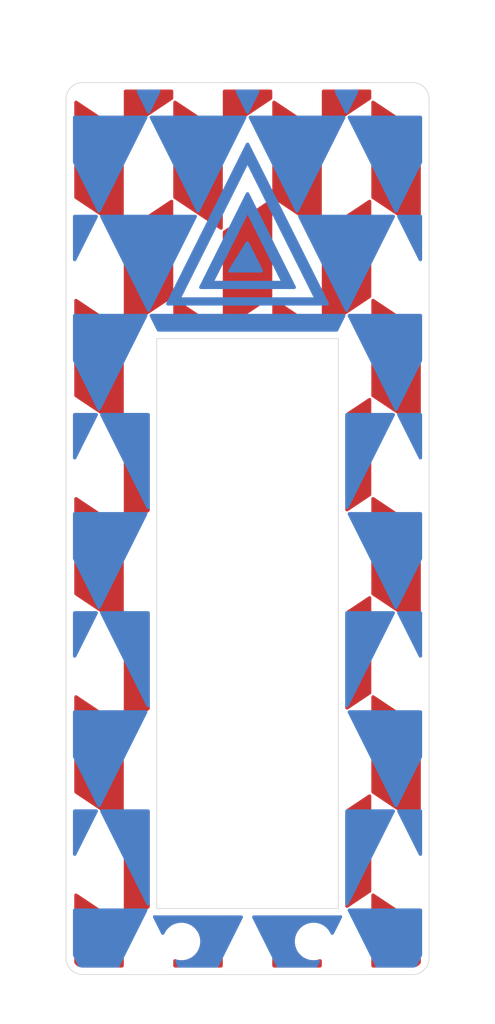
<source format=kicad_pcb>
(kicad_pcb (version 20241229) (generator "pcbnew") (generator_version "9.0")
  (layers (0 "F.Cu" signal) (2 "B.Cu" signal) (13 "F.Paste" user) (15 "B.Paste" user) (5 "F.SilkS" user "F.Silkscreen") (7 "B.SilkS" user "B.Silkscreen") (1 "F.Mask" user) (3 "B.Mask" user) (25 "Edge.Cuts" user))
  (net 0 "")
  (footprint "Rikkodo_FootPrint:rkd_Guard_Screw_Hall" (layer "F.Cu") (at 65.484426 55.959397 -90)
    (property "Reference" "Point1" (hide yes))
    (property "Value" "Guard_Screw_Hall" (hide yes))
    (pad "" np_thru_hole circle (at 29.765625 -4.7625 270) (size 2.2 2.2) (drill 2.2) (layers "*.Cu" "*.Mask"))
    (pad "" np_thru_hole circle (at 29.765625 4.7625 270) (size 2.2 2.2) (drill 2.2) (layers "*.Cu" "*.Mask"))
  )
  (gr_arc (start 77.39069 23.812522) (mid 78.232588 24.161249) (end 78.581315 25.003147) (stroke (width 0.05)) (layer "Edge.Cuts"))
  (gr_line (start 78.581316 86.915799) (end 78.581315 25.003147) (stroke (width 0.05)) (layer "Edge.Cuts"))
  (gr_arc (start 78.581316 86.915698) (mid 78.232606 87.75762) (end 77.390691 88.106323) (stroke (width 0.05)) (layer "Edge.Cuts"))
  (gr_line (start 72.032843 42.267243) (end 72.032843 83.34384) (stroke (width 0.05)) (layer "Edge.Cuts"))
  (gr_arc (start 52.387545 25.003145) (mid 52.736281 24.161271) (end 53.57817 23.81252) (stroke (width 0.05)) (layer "Edge.Cuts"))
  (gr_line (start 72.032843 83.34384) (end 58.935957 83.34384) (stroke (width 0.05)) (layer "Edge.Cuts"))
  (gr_line (start 58.935957 42.267243) (end 72.032843 42.267243) (stroke (width 0.05)) (layer "Edge.Cuts"))
  (gr_line (start 52.387545 25.003145) (end 52.387544 86.92833) (stroke (width 0.05)) (layer "Edge.Cuts"))
  (gr_line (start 53.591572 88.106324) (end 77.390691 88.106323) (stroke (width 0.05)) (layer "Edge.Cuts"))
  (gr_line (start 53.572425 23.81256) (end 77.3907 23.812522) (stroke (width 0.05)) (layer "Edge.Cuts"))
  (gr_line (start 58.935957 83.34384) (end 58.935957 42.267243) (stroke (width 0.05)) (layer "Edge.Cuts"))
  (gr_arc (start 53.591572 88.106316) (mid 52.745477 87.766799) (end 52.387544 86.92833) (stroke (width 0.05)) (layer "Edge.Cuts"))
  (zone (net 0) (net_name "") (layer "F.Cu") (name "deco") (connect_pads (clearance 0)) (min_thickness 0.25)
    (keepout (tracks allowed) (vias allowed) (pads allowed) (copperpour not_allowed) (footprints allowed))
    (fill (thermal_gap 0.5) (thermal_bridge_width 0.5))
    (polygon (pts (xy 49.411 27.38438) (xy 49.411 34.52813) (xy 52.982875 32.14688) (xy 52.982875 25.00313)))
  )
  (zone (net 0) (net_name "") (layer "F.Cu") (name "deco") (connect_pads (clearance 0)) (min_thickness 0.25)
    (keepout (tracks allowed) (vias allowed) (pads allowed) (copperpour not_allowed) (footprints allowed))
    (fill (thermal_gap 0.5) (thermal_bridge_width 0.5))
    (polygon (pts (xy 63.698509 70.246928) (xy 63.698509 77.390678) (xy 67.270384 75.009428) (xy 67.270384 67.865678)))
  )
  (zone (net 0) (net_name "") (layer "F.Cu") (name "deco") (connect_pads (clearance 0)) (min_thickness 0.25)
    (keepout (tracks allowed) (vias allowed) (pads allowed) (copperpour not_allowed) (footprints allowed))
    (fill (thermal_gap 0.5) (thermal_bridge_width 0.5))
    (polygon (pts (xy 52.982884 82.153178) (xy 52.982884 75.009428) (xy 56.554759 77.390678) (xy 56.554759 84.534428)))
  )
  (zone (net 0) (net_name "") (layer "F.Cu") (name "deco") (connect_pads (clearance 0)) (min_thickness 0.25)
    (keepout (tracks allowed) (vias allowed) (pads allowed) (copperpour not_allowed) (footprints allowed))
    (fill (thermal_gap 0.5) (thermal_bridge_width 0.5))
    (polygon (pts (xy 77.986006 41.671918) (xy 77.986006 48.815668) (xy 81.557881 46.434418) (xy 81.557881 39.290668)))
  )
  (zone (net 0) (net_name "") (layer "F.Cu") (name "deco") (connect_pads (clearance 0)) (min_thickness 0.25)
    (keepout (tracks allowed) (vias allowed) (pads allowed) (copperpour not_allowed) (footprints allowed))
    (fill (thermal_gap 0.5) (thermal_bridge_width 0.5))
    (polygon (pts (xy 63.698503 27.38439) (xy 63.698503 34.52814) (xy 67.270378 32.14689) (xy 67.270378 25.00314)))
  )
  (zone (net 0) (net_name "") (layer "F.Cu") (name "deco") (connect_pads (clearance 0)) (min_thickness 0.25)
    (keepout (tracks allowed) (vias allowed) (pads allowed) (copperpour not_allowed) (footprints allowed))
    (fill (thermal_gap 0.5) (thermal_bridge_width 0.5))
    (polygon (pts (xy 70.842256 55.959418) (xy 70.842256 63.103168) (xy 74.414131 60.721918) (xy 74.414131 53.578168)))
  )
  (zone (net 0) (net_name "") (layer "F.Cu") (name "deco") (connect_pads (clearance 0)) (min_thickness 0.25)
    (keepout (tracks allowed) (vias allowed) (pads allowed) (copperpour not_allowed) (footprints allowed))
    (fill (thermal_gap 0.5) (thermal_bridge_width 0.5))
    (polygon (pts (xy 63.698512 84.534438) (xy 63.698512 91.678188) (xy 67.270387 89.296938) (xy 67.270387 82.153188)))
  )
  (zone (net 0) (net_name "") (layer "F.Cu") (name "deco") (connect_pads (clearance 0)) (min_thickness 0.25)
    (keepout (tracks allowed) (vias allowed) (pads allowed) (copperpour not_allowed) (footprints allowed))
    (fill (thermal_gap 0.5) (thermal_bridge_width 0.5))
    (polygon (pts (xy 74.414137 82.153188) (xy 74.414137 75.009438) (xy 77.986012 77.390688) (xy 77.986012 84.534438)))
  )
  (zone (net 0) (net_name "") (layer "F.Cu") (name "deco") (connect_pads (clearance 0)) (min_thickness 0.25)
    (keepout (tracks allowed) (vias allowed) (pads allowed) (copperpour not_allowed) (footprints allowed))
    (fill (thermal_gap 0.5) (thermal_bridge_width 0.5))
    (polygon (pts (xy 67.270381 67.865668) (xy 67.270381 60.721918) (xy 70.842256 63.103168) (xy 70.842256 70.246918)))
  )
  (zone (net 0) (net_name "") (layer "F.Cu") (name "deco") (connect_pads (clearance 0)) (min_thickness 0.25)
    (keepout (tracks allowed) (vias allowed) (pads allowed) (copperpour not_allowed) (footprints allowed))
    (fill (thermal_gap 0.5) (thermal_bridge_width 0.5))
    (polygon (pts (xy 74.414128 39.290658) (xy 74.414128 32.146908) (xy 77.986003 34.528158) (xy 77.986003 41.671908)))
  )
  (zone (net 0) (net_name "") (layer "F.Cu") (name "deco") (connect_pads (clearance 0)) (min_thickness 0.25)
    (keepout (tracks allowed) (vias allowed) (pads allowed) (copperpour not_allowed) (footprints allowed))
    (fill (thermal_gap 0.5) (thermal_bridge_width 0.5))
    (polygon (pts (xy 60.126625 25.00313) (xy 60.126625 17.85938) (xy 63.6985 20.24063) (xy 63.6985 27.38438)))
  )
  (zone (net 0) (net_name "") (layer "F.Cu") (name "deco") (connect_pads (clearance 0)) (min_thickness 0.25)
    (keepout (tracks allowed) (vias allowed) (pads allowed) (copperpour not_allowed) (footprints allowed))
    (fill (thermal_gap 0.5) (thermal_bridge_width 0.5))
    (polygon (pts (xy 67.270384 82.153178) (xy 67.270384 75.009428) (xy 70.842259 77.390678) (xy 70.842259 84.534428)))
  )
  (zone (net 0) (net_name "") (layer "F.Cu") (name "deco") (connect_pads (clearance 0)) (min_thickness 0.25)
    (keepout (tracks allowed) (vias allowed) (pads allowed) (copperpour not_allowed) (footprints allowed))
    (fill (thermal_gap 0.5) (thermal_bridge_width 0.5))
    (polygon (pts (xy 77.986006 27.3844) (xy 77.986006 34.52815) (xy 81.557881 32.1469) (xy 81.557881 25.00315)))
  )
  (zone (net 0) (net_name "") (layer "F.Cu") (name "deco") (connect_pads (clearance 0)) (min_thickness 0.25)
    (keepout (tracks allowed) (vias allowed) (pads allowed) (copperpour not_allowed) (footprints allowed))
    (fill (thermal_gap 0.5) (thermal_bridge_width 0.5))
    (polygon (pts (xy 60.126634 82.153178) (xy 60.126634 75.009428) (xy 63.698509 77.390678) (xy 63.698509 84.534428)))
  )
  (zone (net 0) (net_name "") (layer "F.Cu") (name "deco") (connect_pads (clearance 0)) (min_thickness 0.25)
    (keepout (tracks allowed) (vias allowed) (pads allowed) (copperpour not_allowed) (footprints allowed))
    (fill (thermal_gap 0.5) (thermal_bridge_width 0.5))
    (polygon (pts (xy 77.986015 84.534448) (xy 77.986015 91.678198) (xy 81.55789 89.296948) (xy 81.55789 82.153198)))
  )
  (zone (net 0) (net_name "") (layer "F.Cu") (name "deco") (connect_pads (clearance 0)) (min_thickness 0.25)
    (keepout (tracks allowed) (vias allowed) (pads allowed) (copperpour not_allowed) (footprints allowed))
    (fill (thermal_gap 0.5) (thermal_bridge_width 0.5))
    (polygon (pts (xy 63.698503 41.671908) (xy 63.698503 48.815658) (xy 67.270378 46.434408) (xy 67.270378 39.290658)))
  )
  (zone (net 0) (net_name "") (layer "F.Cu") (name "deco") (connect_pads (clearance 0)) (min_thickness 0.25)
    (keepout (tracks allowed) (vias allowed) (pads allowed) (copperpour not_allowed) (footprints allowed))
    (fill (thermal_gap 0.5) (thermal_bridge_width 0.5))
    (polygon (pts (xy 52.982878 53.578158) (xy 52.982878 46.434408) (xy 56.554753 48.815658) (xy 56.554753 55.959408)))
  )
  (zone (net 0) (net_name "") (layer "F.Cu") (name "deco") (connect_pads (clearance 0)) (min_thickness 0.25)
    (keepout (tracks allowed) (vias allowed) (pads allowed) (copperpour not_allowed) (footprints allowed))
    (fill (thermal_gap 0.5) (thermal_bridge_width 0.5))
    (polygon (pts (xy 67.270375 39.290648) (xy 67.270375 32.146898) (xy 70.84225 34.528148) (xy 70.84225 41.671898)))
  )
  (zone (net 0) (net_name "") (layer "F.Cu") (name "deco") (connect_pads (clearance 0)) (min_thickness 0.25)
    (keepout (tracks allowed) (vias allowed) (pads allowed) (copperpour not_allowed) (footprints allowed))
    (fill (thermal_gap 0.5) (thermal_bridge_width 0.5))
    (polygon (pts (xy 74.414131 53.578168) (xy 74.414131 46.434418) (xy 77.986006 48.815668) (xy 77.986006 55.959418)))
  )
  (zone (net 0) (net_name "") (layer "F.Cu") (name "deco") (connect_pads (clearance 0)) (min_thickness 0.25)
    (keepout (tracks allowed) (vias allowed) (pads allowed) (copperpour not_allowed) (footprints allowed))
    (fill (thermal_gap 0.5) (thermal_bridge_width 0.5))
    (polygon (pts (xy 70.842259 70.246928) (xy 70.842259 77.390678) (xy 74.414134 75.009428) (xy 74.414134 67.865678)))
  )
  (zone (net 0) (net_name "") (layer "F.Cu") (name "deco") (connect_pads (clearance 0)) (min_thickness 0.25)
    (keepout (tracks allowed) (vias allowed) (pads allowed) (copperpour not_allowed) (footprints allowed))
    (fill (thermal_gap 0.5) (thermal_bridge_width 0.5))
    (polygon (pts (xy 60.126628 53.578158) (xy 60.126628 46.434408) (xy 63.698503 48.815658) (xy 63.698503 55.959408)))
  )
  (zone (net 0) (net_name "") (layer "F.Cu") (name "deco") (connect_pads (clearance 0)) (min_thickness 0.25)
    (keepout (tracks allowed) (vias allowed) (pads allowed) (copperpour not_allowed) (footprints allowed))
    (fill (thermal_gap 0.5) (thermal_bridge_width 0.5))
    (polygon (pts (xy 70.842262 84.534438) (xy 70.842262 91.678188) (xy 74.414137 89.296938) (xy 74.414137 82.153188)))
  )
  (zone (net 0) (net_name "") (layer "F.Cu") (name "deco") (connect_pads (clearance 0)) (min_thickness 0.25)
    (keepout (tracks allowed) (vias allowed) (pads allowed) (copperpour not_allowed) (footprints allowed))
    (fill (thermal_gap 0.5) (thermal_bridge_width 0.5))
    (polygon (pts (xy 60.126625 39.290648) (xy 60.126625 32.146898) (xy 63.6985 34.528148) (xy 63.6985 41.671898)))
  )
  (zone (net 0) (net_name "") (layer "F.Cu") (name "deco") (connect_pads (clearance 0)) (min_thickness 0.25)
    (keepout (tracks allowed) (vias allowed) (pads allowed) (copperpour not_allowed) (footprints allowed))
    (fill (thermal_gap 0.5) (thermal_bridge_width 0.5))
    (polygon (pts (xy 63.698506 55.959418) (xy 63.698506 63.103168) (xy 67.270381 60.721918) (xy 67.270381 53.578168)))
  )
  (zone (net 0) (net_name "") (layer "F.Cu") (name "deco") (connect_pads (clearance 0)) (min_thickness 0.25)
    (keepout (tracks allowed) (vias allowed) (pads allowed) (copperpour not_allowed) (footprints allowed))
    (fill (thermal_gap 0.5) (thermal_bridge_width 0.5))
    (polygon (pts (xy 49.411 41.671898) (xy 49.411 48.815648) (xy 52.982875 46.434398) (xy 52.982875 39.290648)))
  )
  (zone (net 0) (net_name "") (layer "F.Cu") (name "deco") (connect_pads (clearance 0)) (min_thickness 0.25)
    (keepout (tracks allowed) (vias allowed) (pads allowed) (copperpour not_allowed) (footprints allowed))
    (fill (thermal_gap 0.5) (thermal_bridge_width 0.5))
    (polygon (pts (xy 70.842253 41.671908) (xy 70.842253 48.815658) (xy 74.414128 46.434408) (xy 74.414128 39.290658)))
  )
  (zone (net 0) (net_name "") (layer "F.Cu") (name "deco") (connect_pads (clearance 0)) (min_thickness 0.25)
    (keepout (tracks allowed) (vias allowed) (pads allowed) (copperpour not_allowed) (footprints allowed))
    (fill (thermal_gap 0.5) (thermal_bridge_width 0.5))
    (polygon (pts (xy 77.986009 55.959428) (xy 77.986009 63.103178) (xy 81.557884 60.721928) (xy 81.557884 53.578178)))
  )
  (zone (net 0) (net_name "") (layer "F.Cu") (name "deco") (connect_pads (clearance 0)) (min_thickness 0.25)
    (keepout (tracks allowed) (vias allowed) (pads allowed) (copperpour not_allowed) (footprints allowed))
    (fill (thermal_gap 0.5) (thermal_bridge_width 0.5))
    (polygon (pts (xy 56.554753 41.671908) (xy 56.554753 48.815658) (xy 60.126628 46.434408) (xy 60.126628 39.290658)))
  )
  (zone (net 0) (net_name "") (layer "F.Cu") (name "deco") (connect_pads (clearance 0)) (min_thickness 0.25)
    (keepout (tracks allowed) (vias allowed) (pads allowed) (copperpour not_allowed) (footprints allowed))
    (fill (thermal_gap 0.5) (thermal_bridge_width 0.5))
    (polygon (pts (xy 52.982881 67.865668) (xy 52.982881 60.721918) (xy 56.554756 63.103168) (xy 56.554756 70.246918)))
  )
  (zone (net 0) (net_name "") (layer "F.Cu") (name "deco") (connect_pads (clearance 0)) (min_thickness 0.25)
    (keepout (tracks allowed) (vias allowed) (pads allowed) (copperpour not_allowed) (footprints allowed))
    (fill (thermal_gap 0.5) (thermal_bridge_width 0.5))
    (polygon (pts (xy 49.411009 84.534428) (xy 49.411009 91.678178) (xy 52.982884 89.296928) (xy 52.982884 82.153178)))
  )
  (zone (net 0) (net_name "") (layer "F.Cu") (name "deco") (connect_pads (clearance 0)) (min_thickness 0.25)
    (keepout (tracks allowed) (vias allowed) (pads allowed) (copperpour not_allowed) (footprints allowed))
    (fill (thermal_gap 0.5) (thermal_bridge_width 0.5))
    (polygon (pts (xy 74.414128 25.00314) (xy 74.414128 17.85939) (xy 77.986003 20.24064) (xy 77.986003 27.38439)))
  )
  (zone (net 0) (net_name "") (layer "F.Cu") (name "deco") (connect_pads (clearance 0)) (min_thickness 0.25)
    (keepout (tracks allowed) (vias allowed) (pads allowed) (copperpour not_allowed) (footprints allowed))
    (fill (thermal_gap 0.5) (thermal_bridge_width 0.5))
    (polygon (pts (xy 52.982875 39.290648) (xy 52.982875 32.146898) (xy 56.55475 34.528148) (xy 56.55475 41.671898)))
  )
  (zone (net 0) (net_name "") (layer "F.Cu") (name "deco") (connect_pads (clearance 0)) (min_thickness 0.25)
    (keepout (tracks allowed) (vias allowed) (pads allowed) (copperpour not_allowed) (footprints allowed))
    (fill (thermal_gap 0.5) (thermal_bridge_width 0.5))
    (polygon (pts (xy 52.982875 25.00313) (xy 52.982875 17.85938) (xy 56.55475 20.24063) (xy 56.55475 27.38438)))
  )
  (zone (net 0) (net_name "") (layer "F.Cu") (name "deco") (connect_pads (clearance 0)) (min_thickness 0.25)
    (keepout (tracks allowed) (vias allowed) (pads allowed) (copperpour not_allowed) (footprints allowed))
    (fill (thermal_gap 0.5) (thermal_bridge_width 0.5))
    (polygon (pts (xy 77.986012 70.246938) (xy 77.986012 77.390688) (xy 81.557887 75.009438) (xy 81.557887 67.865688)))
  )
  (zone (net 0) (net_name "") (layer "F.Cu") (name "deco") (connect_pads (clearance 0)) (min_thickness 0.25)
    (keepout (tracks allowed) (vias allowed) (pads allowed) (copperpour not_allowed) (footprints allowed))
    (fill (thermal_gap 0.5) (thermal_bridge_width 0.5))
    (polygon (pts (xy 56.554756 55.959418) (xy 56.554756 63.103168) (xy 60.126631 60.721918) (xy 60.126631 53.578168)))
  )
  (zone (net 0) (net_name "") (layer "F.Cu") (name "deco") (connect_pads (clearance 0)) (min_thickness 0.25)
    (keepout (tracks allowed) (vias allowed) (pads allowed) (copperpour not_allowed) (footprints allowed))
    (fill (thermal_gap 0.5) (thermal_bridge_width 0.5))
    (polygon (pts (xy 56.554762 84.534438) (xy 56.554762 91.678188) (xy 60.126637 89.296938) (xy 60.126637 82.153188)))
  )
  (zone (net 0) (net_name "") (layer "F.Cu") (name "deco") (connect_pads (clearance 0)) (min_thickness 0.25)
    (keepout (tracks allowed) (vias allowed) (pads allowed) (copperpour not_allowed) (footprints allowed))
    (fill (thermal_gap 0.5) (thermal_bridge_width 0.5))
    (polygon (pts (xy 49.411006 70.246918) (xy 49.411006 77.390668) (xy 52.982881 75.009418) (xy 52.982881 67.865668)))
  )
  (zone (net 0) (net_name "") (layer "F.Cu") (name "deco") (connect_pads (clearance 0)) (min_thickness 0.25)
    (keepout (tracks allowed) (vias allowed) (pads allowed) (copperpour not_allowed) (footprints allowed))
    (fill (thermal_gap 0.5) (thermal_bridge_width 0.5))
    (polygon (pts (xy 56.554759 70.246928) (xy 56.554759 77.390678) (xy 60.126634 75.009428) (xy 60.126634 67.865678)))
  )
  (zone (net 0) (net_name "") (layer "F.Cu") (name "deco") (connect_pads (clearance 0)) (min_thickness 0.25)
    (keepout (tracks allowed) (vias allowed) (pads allowed) (copperpour not_allowed) (footprints allowed))
    (fill (thermal_gap 0.5) (thermal_bridge_width 0.5))
    (polygon (pts (xy 60.126631 67.865668) (xy 60.126631 60.721918) (xy 63.698506 63.103168) (xy 63.698506 70.246918)))
  )
  (zone (net 0) (net_name "") (layer "F.Cu") (name "deco") (connect_pads (clearance 0)) (min_thickness 0.25)
    (keepout (tracks allowed) (vias allowed) (pads allowed) (copperpour not_allowed) (footprints allowed))
    (fill (thermal_gap 0.5) (thermal_bridge_width 0.5))
    (polygon (pts (xy 67.270378 53.578158) (xy 67.270378 46.434408) (xy 70.842253 48.815658) (xy 70.842253 55.959408)))
  )
  (zone (net 0) (net_name "") (layer "F.Cu") (name "deco") (connect_pads (clearance 0)) (min_thickness 0.25)
    (keepout (tracks allowed) (vias allowed) (pads allowed) (copperpour not_allowed) (footprints allowed))
    (fill (thermal_gap 0.5) (thermal_bridge_width 0.5))
    (polygon (pts (xy 67.270375 25.00313) (xy 67.270375 17.85938) (xy 70.84225 20.24063) (xy 70.84225 27.38438)))
  )
  (zone (net 0) (net_name "") (layer "F.Cu") (name "deco") (connect_pads (clearance 0)) (min_thickness 0.25)
    (keepout (tracks allowed) (vias allowed) (pads allowed) (copperpour not_allowed) (footprints allowed))
    (fill (thermal_gap 0.5) (thermal_bridge_width 0.5))
    (polygon (pts (xy 49.411003 55.959408) (xy 49.411003 63.103158) (xy 52.982878 60.721908) (xy 52.982878 53.578158)))
  )
  (zone (net 0) (net_name "") (layer "F.Cu") (name "deco") (connect_pads (clearance 0)) (min_thickness 0.25)
    (keepout (tracks allowed) (vias allowed) (pads allowed) (copperpour not_allowed) (footprints allowed))
    (fill (thermal_gap 0.5) (thermal_bridge_width 0.5))
    (polygon (pts (xy 56.554753 27.38439) (xy 56.554753 34.52814) (xy 60.126628 32.14689) (xy 60.126628 25.00314)))
  )
  (zone (net 0) (net_name "") (layer "F.Cu") (name "deco") (connect_pads (clearance 0)) (min_thickness 0.25)
    (keepout (tracks allowed) (vias allowed) (pads allowed) (copperpour not_allowed) (footprints allowed))
    (fill (thermal_gap 0.5) (thermal_bridge_width 0.5))
    (polygon (pts (xy 74.414134 67.865678) (xy 74.414134 60.721928) (xy 77.986009 63.103178) (xy 77.986009 70.246928)))
  )
  (zone (net 0) (net_name "") (layer "F.Cu") (name "deco") (connect_pads (clearance 0)) (min_thickness 0.25)
    (keepout (tracks allowed) (vias allowed) (pads allowed) (copperpour not_allowed) (footprints allowed))
    (fill (thermal_gap 0.5) (thermal_bridge_width 0.5))
    (polygon (pts (xy 70.842253 27.38439) (xy 70.842253 34.52814) (xy 74.414128 32.14689) (xy 74.414128 25.00314)))
  )
  (zone (net 0) (net_name "") (layers "F.Cu" "B.Cu") (name "deco") (connect_pads (clearance 0)) (min_thickness 0.25) (fill yes (thermal_gap 0.5) (thermal_bridge_width 0.5) (island_removal_mode 1) (island_area_min 10))
    (polygon (pts (xy 52.387544 88.106324) (xy 78.581316 88.106324) (xy 78.581316 23.81252) (xy 52.387544 23.81252)))
  )
  (zone (net 0) (net_name "") (layer "B.Cu") (name "deco") (connect_pads (clearance 0)) (min_thickness 0.25)
    (keepout (tracks allowed) (vias allowed) (pads allowed) (copperpour not_allowed) (footprints allowed))
    (fill (thermal_gap 0.5) (thermal_bridge_width 0.5))
    (polygon (pts (xy 61.912552 33.337472) (xy 58.340677 33.337472) (xy 54.768802 33.337472) (xy 58.340677 26.193722)))
  )
  (zone (net 0) (net_name "") (layer "B.Cu") (name "deco") (connect_pads (clearance 0)) (min_thickness 0.25)
    (keepout (tracks allowed) (vias allowed) (pads allowed) (copperpour not_allowed) (footprints allowed))
    (fill (thermal_gap 0.5) (thermal_bridge_width 0.5))
    (polygon (pts (xy 65.48443 35.123408) (xy 65.48443 33.337519) (xy 67.865678 38.099968) (xy 63.103182 38.099898) (xy 65.48443 33.337472) (xy 65.48443 35.123408) (xy 63.99615 37.504656) (xy 66.675054 37.504656)))
  )
  (zone (net 0) (net_name "") (layer "B.Cu") (name "deco") (connect_pads (clearance 0)) (min_thickness 0.25)
    (keepout (tracks allowed) (vias allowed) (pads allowed) (copperpour not_allowed) (footprints allowed))
    (fill (thermal_gap 0.5) (thermal_bridge_width 0.5))
    (polygon (pts (xy 54.768802 47.624984) (xy 51.196927 47.624984) (xy 47.625052 47.624984) (xy 51.196927 40.481234)))
  )
  (zone (net 0) (net_name "") (layer "B.Cu") (name "deco") (connect_pads (clearance 0)) (min_thickness 0.25)
    (keepout (tracks allowed) (vias allowed) (pads allowed) (copperpour not_allowed) (footprints allowed))
    (fill (thermal_gap 0.5) (thermal_bridge_width 0.5))
    (polygon (pts (xy 65.48443 31.551583) (xy 65.48443 29.7656) (xy 70.246926 39.29047) (xy 60.721934 39.290592) (xy 65.48443 29.7656) (xy 65.48443 31.551583) (xy 61.912558 38.695257) (xy 69.056302 38.69528)))
  )
  (zone (net 0) (net_name "") (layer "B.Cu") (name "deco") (connect_pads (clearance 0)) (min_thickness 0.25)
    (keepout (tracks allowed) (vias allowed) (pads allowed) (copperpour not_allowed) (footprints allowed))
    (fill (thermal_gap 0.5) (thermal_bridge_width 0.5))
    (polygon (pts (xy 69.056317 47.624978) (xy 65.484442 47.624978) (xy 61.912567 47.624978) (xy 64.591352 42.267152) (xy 66.377288 42.267152)))
  )
  (zone (net 0) (net_name "") (layer "B.Cu") (name "deco") (connect_pads (clearance 0)) (min_thickness 0.25)
    (keepout (tracks allowed) (vias allowed) (pads allowed) (copperpour not_allowed) (footprints allowed))
    (fill (thermal_gap 0.5) (thermal_bridge_width 0.5))
    (polygon (pts (xy 79.771939 83.343776) (xy 76.200064 83.343776) (xy 72.628189 83.343776) (xy 76.200064 76.200026)))
  )
  (zone (net 0) (net_name "") (layer "B.Cu") (name "deco") (connect_pads (clearance 0)) (min_thickness 0.25)
    (keepout (tracks allowed) (vias allowed) (pads allowed) (copperpour not_allowed) (footprints allowed))
    (fill (thermal_gap 0.5) (thermal_bridge_width 0.5))
    (polygon (pts (xy 65.48443 27.979711) (xy 65.48443 26.193728) (xy 72.628308 40.481161) (xy 58.340808 40.481161) (xy 65.484558 26.193661) (xy 65.48443 27.979711) (xy 59.53131 39.885881) (xy 65.633258 39.885916) (xy 71.43755 39.885951)))
  )
  (zone (net 0) (net_name "") (layer "B.Cu") (name "deco") (connect_pads (clearance 0)) (min_thickness 0.25)
    (keepout (tracks allowed) (vias allowed) (pads allowed) (copperpour not_allowed) (footprints allowed))
    (fill (thermal_gap 0.5) (thermal_bridge_width 0.5))
    (polygon (pts (xy 76.200061 76.20002) (xy 72.628186 76.20002) (xy 69.056311 76.20002) (xy 72.628186 69.05627)))
  )
  (zone (net 0) (net_name "") (layer "B.Cu") (name "deco") (connect_pads (clearance 0)) (min_thickness 0.25)
    (keepout (tracks allowed) (vias allowed) (pads allowed) (copperpour not_allowed) (footprints allowed))
    (fill (thermal_gap 0.5) (thermal_bridge_width 0.5))
    (polygon (pts (xy 58.340671 83.343776) (xy 54.768796 83.343776) (xy 51.196921 83.343776) (xy 54.768796 76.200026)))
  )
  (zone (net 0) (net_name "") (layer "B.Cu") (name "deco") (connect_pads (clearance 0)) (min_thickness 0.25)
    (keepout (tracks allowed) (vias allowed) (pads allowed) (copperpour not_allowed) (footprints allowed))
    (fill (thermal_gap 0.5) (thermal_bridge_width 0.5))
    (polygon (pts (xy 76.199939 61.912448) (xy 72.628064 61.912448) (xy 69.056189 61.912448) (xy 72.628064 54.768698)))
  )
  (zone (net 0) (net_name "") (layer "B.Cu") (name "deco") (connect_pads (clearance 0)) (min_thickness 0.25)
    (keepout (tracks allowed) (vias allowed) (pads allowed) (copperpour not_allowed) (footprints allowed))
    (fill (thermal_gap 0.5) (thermal_bridge_width 0.5))
    (polygon (pts (xy 79.771942 40.481228) (xy 76.200067 40.481228) (xy 72.628192 40.481228) (xy 76.200067 33.337478)))
  )
  (zone (net 0) (net_name "") (layer "B.Cu") (name "deco") (connect_pads (clearance 0)) (min_thickness 0.25)
    (keepout (tracks allowed) (vias allowed) (pads allowed) (copperpour not_allowed) (footprints allowed))
    (fill (thermal_gap 0.5) (thermal_bridge_width 0.5))
    (polygon (pts (xy 58.340808 69.056252) (xy 54.768933 69.056252) (xy 51.197058 69.056252) (xy 54.768933 61.912502)))
  )
  (zone (net 0) (net_name "") (layer "B.Cu") (name "deco") (connect_pads (clearance 0)) (min_thickness 0.25)
    (keepout (tracks allowed) (vias allowed) (pads allowed) (copperpour not_allowed) (footprints allowed))
    (fill (thermal_gap 0.5) (thermal_bridge_width 0.5))
    (polygon (pts (xy 69.056305 61.912496) (xy 65.48443 61.912496) (xy 61.912555 61.912496) (xy 65.48443 54.768746)))
  )
  (zone (net 0) (net_name "") (layer "B.Cu") (name "deco") (connect_pads (clearance 0)) (min_thickness 0.25)
    (keepout (tracks allowed) (vias allowed) (pads allowed) (copperpour not_allowed) (footprints allowed))
    (fill (thermal_gap 0.5) (thermal_bridge_width 0.5))
    (polygon (pts (xy 79.771942 26.193716) (xy 76.200067 26.193716) (xy 72.628192 26.193716) (xy 76.200067 19.049966)))
  )
  (zone (net 0) (net_name "") (layer "B.Cu") (name "deco") (connect_pads (clearance 0)) (min_thickness 0.25)
    (keepout (tracks allowed) (vias allowed) (pads allowed) (copperpour not_allowed) (footprints allowed))
    (fill (thermal_gap 0.5) (thermal_bridge_width 0.5))
    (polygon (pts (xy 65.484558 26.193661) (xy 61.912683 26.193661) (xy 58.340808 26.193661) (xy 61.912683 19.049911)))
  )
  (zone (net 0) (net_name "") (layer "B.Cu") (name "deco") (connect_pads (clearance 0)) (min_thickness 0.25)
    (keepout (tracks allowed) (vias allowed) (pads allowed) (copperpour not_allowed) (footprints allowed))
    (fill (thermal_gap 0.5) (thermal_bridge_width 0.5))
    (polygon (pts (xy 83.343683 61.912448) (xy 79.771808 61.912448) (xy 76.199933 61.912448) (xy 79.771808 54.768698)))
  )
  (zone (net 0) (net_name "") (layer "B.Cu") (name "deco") (connect_pads (clearance 0)) (min_thickness 0.25)
    (keepout (tracks allowed) (vias allowed) (pads allowed) (copperpour not_allowed) (footprints allowed))
    (fill (thermal_gap 0.5) (thermal_bridge_width 0.5))
    (polygon (pts (xy 83.34382 47.624984) (xy 79.771945 47.624984) (xy 76.20007 47.624984) (xy 79.771945 40.481234)))
  )
  (zone (net 0) (net_name "") (layer "B.Cu") (name "deco") (connect_pads (clearance 0)) (min_thickness 0.25)
    (keepout (tracks allowed) (vias allowed) (pads allowed) (copperpour not_allowed) (footprints allowed))
    (fill (thermal_gap 0.5) (thermal_bridge_width 0.5))
    (polygon (pts (xy 72.628192 26.193728) (xy 69.056317 26.193728) (xy 65.484442 26.193728) (xy 69.056317 19.049978)))
  )
  (zone (net 0) (net_name "") (layer "B.Cu") (name "deco") (connect_pads (clearance 0)) (min_thickness 0.25)
    (keepout (tracks allowed) (vias allowed) (pads allowed) (copperpour not_allowed) (footprints allowed))
    (fill (thermal_gap 0.5) (thermal_bridge_width 0.5))
    (polygon (pts (xy 72.628067 83.34368) (xy 69.056192 83.34368) (xy 65.484317 83.34368) (xy 69.056192 76.19993)))
  )
  (zone (net 0) (net_name "") (layer "B.Cu") (name "deco") (connect_pads (clearance 0)) (min_thickness 0.25)
    (keepout (tracks allowed) (vias allowed) (pads allowed) (copperpour not_allowed) (footprints allowed))
    (fill (thermal_gap 0.5) (thermal_bridge_width 0.5))
    (polygon (pts (xy 79.771811 54.768704) (xy 76.199936 54.768704) (xy 72.628061 54.768704) (xy 76.199936 47.624954)))
  )
  (zone (net 0) (net_name "") (layer "B.Cu") (name "deco") (connect_pads (clearance 0)) (min_thickness 0.25)
    (keepout (tracks allowed) (vias allowed) (pads allowed) (copperpour not_allowed) (footprints allowed))
    (fill (thermal_gap 0.5) (thermal_bridge_width 0.5))
    (polygon (pts (xy 61.912549 90.487532) (xy 58.340674 90.487532) (xy 54.768799 90.487532) (xy 58.340674 83.343782)))
  )
  (zone (net 0) (net_name "") (layer "B.Cu") (name "deco") (connect_pads (clearance 0)) (min_thickness 0.25)
    (keepout (tracks allowed) (vias allowed) (pads allowed) (copperpour not_allowed) (footprints allowed))
    (fill (thermal_gap 0.5) (thermal_bridge_width 0.5))
    (polygon (pts (xy 61.912451 61.912448) (xy 58.340576 61.912448) (xy 54.768701 61.912448) (xy 58.340576 54.768698)))
  )
  (zone (net 0) (net_name "") (layer "B.Cu") (name "deco") (connect_pads (clearance 0)) (min_thickness 0.25)
    (keepout (tracks allowed) (vias allowed) (pads allowed) (copperpour not_allowed) (footprints allowed))
    (fill (thermal_gap 0.5) (thermal_bridge_width 0.5))
    (polygon (pts (xy 72.628183 69.056252) (xy 69.056308 69.056252) (xy 65.484433 69.056252) (xy 69.056308 61.912502)))
  )
  (zone (net 0) (net_name "") (layer "B.Cu") (name "deco") (connect_pads (clearance 0)) (min_thickness 0.25)
    (keepout (tracks allowed) (vias allowed) (pads allowed) (copperpour not_allowed) (footprints allowed))
    (fill (thermal_gap 0.5) (thermal_bridge_width 0.5))
    (polygon (pts (xy 65.484323 83.34368) (xy 61.912448 83.34368) (xy 58.340573 83.34368) (xy 61.912448 76.19993)))
  )
  (zone (net 0) (net_name "") (layer "B.Cu") (name "deco") (connect_pads (clearance 0)) (min_thickness 0.25)
    (keepout (tracks allowed) (vias allowed) (pads allowed) (copperpour not_allowed) (footprints allowed))
    (fill (thermal_gap 0.5) (thermal_bridge_width 0.5))
    (polygon (pts (xy 61.912683 47.624923) (xy 58.340808 47.624923) (xy 54.768933 47.624923) (xy 58.340808 40.481173)))
  )
  (zone (net 0) (net_name "") (layer "B.Cu") (name "deco") (connect_pads (clearance 0)) (min_thickness 0.25)
    (keepout (tracks allowed) (vias allowed) (pads allowed) (copperpour not_allowed) (footprints allowed))
    (fill (thermal_gap 0.5) (thermal_bridge_width 0.5))
    (polygon (pts (xy 83.343817 76.20002) (xy 79.771942 76.20002) (xy 76.200067 76.20002) (xy 79.771942 69.05627)))
  )
  (zone (net 0) (net_name "") (layer "B.Cu") (name "deco") (connect_pads (clearance 0)) (min_thickness 0.25)
    (keepout (tracks allowed) (vias allowed) (pads allowed) (copperpour not_allowed) (footprints allowed))
    (fill (thermal_gap 0.5) (thermal_bridge_width 0.5))
    (polygon (pts (xy 54.76879 33.337472) (xy 51.196915 33.337472) (xy 47.62504 33.337472) (xy 51.196915 26.193722)))
  )
  (zone (net 0) (net_name "") (layer "B.Cu") (name "deco") (connect_pads (clearance 0)) (min_thickness 0.25)
    (keepout (tracks allowed) (vias allowed) (pads allowed) (copperpour not_allowed) (footprints allowed))
    (fill (thermal_gap 0.5) (thermal_bridge_width 0.5))
    (polygon (pts (xy 83.34382 33.337478) (xy 79.771945 33.337478) (xy 76.20007 33.337478) (xy 79.771945 26.193728)))
  )
  (zone (net 0) (net_name "") (layer "B.Cu") (name "deco") (connect_pads (clearance 0)) (min_thickness 0.25)
    (keepout (tracks allowed) (vias allowed) (pads allowed) (copperpour not_allowed) (footprints allowed))
    (fill (thermal_gap 0.5) (thermal_bridge_width 0.5))
    (polygon (pts (xy 54.768793 90.487532) (xy 51.196918 90.487532) (xy 47.625043 90.487532) (xy 51.196918 83.343782)))
  )
  (zone (net 0) (net_name "") (layer "B.Cu") (name "deco") (connect_pads (clearance 0)) (min_thickness 0.25)
    (keepout (tracks allowed) (vias allowed) (pads allowed) (copperpour not_allowed) (footprints allowed))
    (fill (thermal_gap 0.5) (thermal_bridge_width 0.5))
    (polygon (pts (xy 69.056305 90.487532) (xy 65.48443 90.487532) (xy 61.912555 90.487532) (xy 65.48443 83.343782)))
  )
  (zone (net 0) (net_name "") (layer "B.Cu") (name "deco") (connect_pads (clearance 0)) (min_thickness 0.25)
    (keepout (tracks allowed) (vias allowed) (pads allowed) (copperpour not_allowed) (footprints allowed))
    (fill (thermal_gap 0.5) (thermal_bridge_width 0.5))
    (polygon (pts (xy 76.200061 90.487532) (xy 72.628186 90.487532) (xy 69.056311 90.487532) (xy 72.628186 83.343782)))
  )
  (zone (net 0) (net_name "") (layer "B.Cu") (name "deco") (connect_pads (clearance 0)) (min_thickness 0.25)
    (keepout (tracks allowed) (vias allowed) (pads allowed) (copperpour not_allowed) (footprints allowed))
    (fill (thermal_gap 0.5) (thermal_bridge_width 0.5))
    (polygon (pts (xy 69.056195 76.199936) (xy 65.48432 76.199936) (xy 61.912445 76.199936) (xy 65.48432 69.056186)))
  )
  (zone (net 0) (net_name "") (layer "B.Cu") (name "deco") (connect_pads (clearance 0)) (min_thickness 0.25)
    (keepout (tracks allowed) (vias allowed) (pads allowed) (copperpour not_allowed) (footprints allowed))
    (fill (thermal_gap 0.5) (thermal_bridge_width 0.5))
    (polygon (pts (xy 54.768793 76.20002) (xy 51.196918 76.20002) (xy 47.625043 76.20002) (xy 51.196918 69.05627)))
  )
  (zone (net 0) (net_name "") (layer "B.Cu") (name "deco") (connect_pads (clearance 0)) (min_thickness 0.25)
    (keepout (tracks allowed) (vias allowed) (pads allowed) (copperpour not_allowed) (footprints allowed))
    (fill (thermal_gap 0.5) (thermal_bridge_width 0.5))
    (polygon (pts (xy 76.200067 47.624978) (xy 72.628192 47.624978) (xy 69.056317 47.624978) (xy 72.628192 40.481228)))
  )
  (zone (net 0) (net_name "") (layer "B.Cu") (name "deco") (connect_pads (clearance 0)) (min_thickness 0.25)
    (keepout (tracks allowed) (vias allowed) (pads allowed) (copperpour not_allowed) (footprints allowed))
    (fill (thermal_gap 0.5) (thermal_bridge_width 0.5))
    (polygon (pts (xy 65.484427 54.76874) (xy 61.912552 54.76874) (xy 58.340677 54.76874) (xy 61.912552 47.62499)))
  )
  (zone (net 0) (net_name "") (layer "B.Cu") (name "deco") (connect_pads (clearance 0)) (min_thickness 0.25)
    (keepout (tracks allowed) (vias allowed) (pads allowed) (copperpour not_allowed) (footprints allowed))
    (fill (thermal_gap 0.5) (thermal_bridge_width 0.5))
    (polygon (pts (xy 76.200067 33.337478) (xy 72.628192 33.337478) (xy 69.056317 33.337478) (xy 72.628192 26.193728)))
  )
  (zone (net 0) (net_name "") (layer "B.Cu") (name "deco") (connect_pads (clearance 0)) (min_thickness 0.25)
    (keepout (tracks allowed) (vias allowed) (pads allowed) (copperpour not_allowed) (footprints allowed))
    (fill (thermal_gap 0.5) (thermal_bridge_width 0.5))
    (polygon (pts (xy 58.340808 40.481161) (xy 54.768933 40.481161) (xy 51.197058 40.481161) (xy 54.768933 33.337411)))
  )
  (zone (net 0) (net_name "") (layer "B.Cu") (name "deco") (connect_pads (clearance 0)) (min_thickness 0.25)
    (keepout (tracks allowed) (vias allowed) (pads allowed) (copperpour not_allowed) (footprints allowed))
    (fill (thermal_gap 0.5) (thermal_bridge_width 0.5))
    (polygon (pts (xy 61.912549 76.20002) (xy 58.340674 76.20002) (xy 54.768799 76.20002) (xy 58.340674 69.05627)))
  )
  (zone (net 0) (net_name "") (layer "B.Cu") (name "deco") (connect_pads (clearance 0)) (min_thickness 0.25)
    (keepout (tracks allowed) (vias allowed) (pads allowed) (copperpour not_allowed) (footprints allowed))
    (fill (thermal_gap 0.5) (thermal_bridge_width 0.5))
    (polygon (pts (xy 72.628183 54.76874) (xy 69.056308 54.76874) (xy 65.484433 54.76874) (xy 69.056308 47.62499)))
  )
  (zone (net 0) (net_name "") (layer "B.Cu") (name "deco") (connect_pads (clearance 0)) (min_thickness 0.25)
    (keepout (tracks allowed) (vias allowed) (pads allowed) (copperpour not_allowed) (footprints allowed))
    (fill (thermal_gap 0.5) (thermal_bridge_width 0.5))
    (polygon (pts (xy 58.340579 54.768704) (xy 54.768704 54.768704) (xy 51.196829 54.768704) (xy 54.768704 47.624954)))
  )
  (zone (net 0) (net_name "") (layer "B.Cu") (name "deco") (connect_pads (clearance 0)) (min_thickness 0.25)
    (keepout (tracks allowed) (vias allowed) (pads allowed) (copperpour not_allowed) (footprints allowed))
    (fill (thermal_gap 0.5) (thermal_bridge_width 0.5))
    (polygon (pts (xy 79.771942 69.056252) (xy 76.200067 69.056252) (xy 72.628192 69.056252) (xy 76.200067 61.912502)))
  )
  (zone (net 0) (net_name "") (layer "B.Cu") (name "deco") (connect_pads (clearance 0)) (min_thickness 0.25)
    (keepout (tracks allowed) (vias allowed) (pads allowed) (copperpour not_allowed) (footprints allowed))
    (fill (thermal_gap 0.5) (thermal_bridge_width 0.5))
    (polygon (pts (xy 58.340677 26.193722) (xy 54.768802 26.193722) (xy 51.196927 26.193722) (xy 54.768802 19.049972)))
  )
  (zone (net 0) (net_name "") (layer "B.Cu") (name "deco") (connect_pads (clearance 0)) (min_thickness 0.25)
    (keepout (tracks allowed) (vias allowed) (pads allowed) (copperpour not_allowed) (footprints allowed))
    (fill (thermal_gap 0.5) (thermal_bridge_width 0.5))
    (polygon (pts (xy 65.484427 69.056252) (xy 61.912552 69.056252) (xy 58.340677 69.056252) (xy 61.912552 61.912502)))
  )
  (zone (net 0) (net_name "") (layer "B.Cu") (name "deco") (connect_pads (clearance 0)) (min_thickness 0.25)
    (keepout (tracks allowed) (vias allowed) (pads allowed) (copperpour not_allowed) (footprints allowed))
    (fill (thermal_gap 0.5) (thermal_bridge_width 0.5))
    (polygon (pts (xy 54.768707 61.912448) (xy 51.196832 61.912448) (xy 47.624957 61.912448) (xy 51.196832 54.768698)))
  )
  (zone (net 0) (net_name "") (layer "B.Cu") (name "deco") (connect_pads (clearance 0)) (min_thickness 0.25)
    (keepout (tracks allowed) (vias allowed) (pads allowed) (copperpour not_allowed) (footprints allowed))
    (fill (thermal_gap 0.5) (thermal_bridge_width 0.5))
    (polygon (pts (xy 83.343817 90.487532) (xy 79.771942 90.487532) (xy 76.200067 90.487532) (xy 79.771942 83.343782)))
  )
)
</source>
